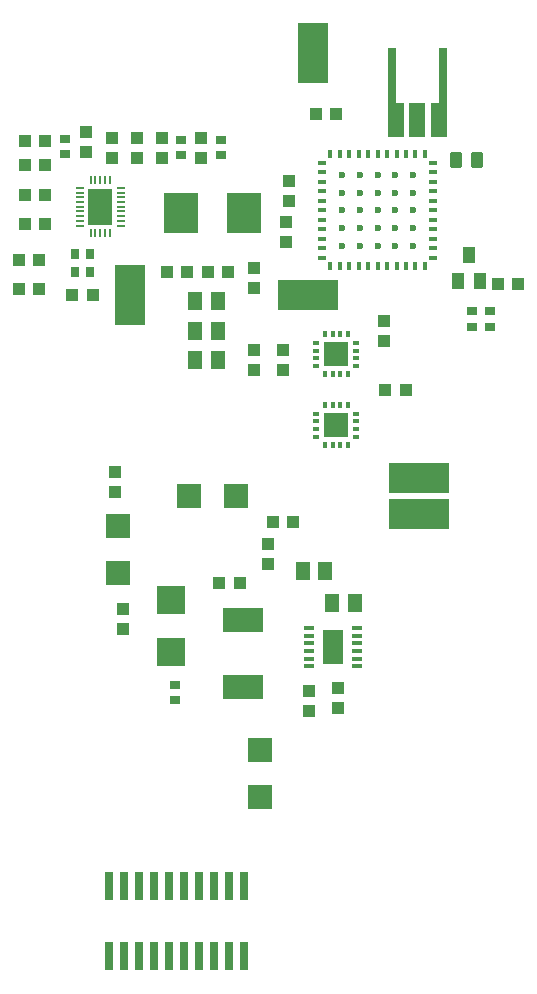
<source format=gtp>
G75*
%MOIN*%
%OFA0B0*%
%FSLAX25Y25*%
%IPPOS*%
%LPD*%
%AMOC8*
5,1,8,0,0,1.08239X$1,22.5*
%
%ADD10R,0.03937X0.04331*%
%ADD11R,0.05118X0.05906*%
%ADD12R,0.03543X0.02756*%
%ADD13R,0.06500X0.11201*%
%ADD14R,0.03500X0.01654*%
%ADD15R,0.01417X0.02756*%
%ADD16R,0.02756X0.01417*%
%ADD17C,0.02362*%
%ADD18R,0.03937X0.05512*%
%ADD19R,0.04331X0.03937*%
%ADD20R,0.05512X0.11713*%
%ADD21R,0.05748X0.11713*%
%ADD22R,0.02992X0.18504*%
%ADD23R,0.13780X0.07874*%
%ADD24R,0.02992X0.09449*%
%ADD25R,0.08268X0.08268*%
%ADD26R,0.02362X0.01181*%
%ADD27R,0.01181X0.02362*%
%ADD28R,0.10000X0.20000*%
%ADD29R,0.20000X0.10000*%
%ADD30R,0.09449X0.09449*%
%ADD31R,0.08268X0.12205*%
%ADD32R,0.03150X0.00787*%
%ADD33R,0.00787X0.03150*%
%ADD34R,0.02756X0.03543*%
%ADD35R,0.11614X0.13780*%
%ADD36R,0.11811X0.13780*%
%ADD37C,0.01000*%
%ADD38R,0.07874X0.07874*%
D10*
X0097882Y0192567D03*
X0104575Y0192567D03*
X0115677Y0212882D03*
X0122370Y0212882D03*
X0119142Y0263433D03*
X0119142Y0270126D03*
X0109299Y0270126D03*
X0109299Y0263433D03*
X0100835Y0296307D03*
X0094142Y0296307D03*
X0087055Y0296307D03*
X0080362Y0296307D03*
X0039811Y0312055D03*
X0033118Y0312055D03*
X0033118Y0321898D03*
X0039811Y0321898D03*
X0039811Y0331740D03*
X0033118Y0331740D03*
X0033118Y0340008D03*
X0039811Y0340008D03*
X0120913Y0326504D03*
X0120913Y0319811D03*
X0129929Y0348866D03*
X0136622Y0348866D03*
X0152606Y0279969D03*
X0152606Y0273276D03*
D11*
X0097291Y0276622D03*
X0089811Y0276622D03*
X0089811Y0266780D03*
X0097291Y0266780D03*
X0097291Y0286465D03*
X0089811Y0286465D03*
X0125598Y0196701D03*
X0133079Y0196701D03*
X0135520Y0185717D03*
X0143000Y0185717D03*
D12*
X0083000Y0158591D03*
X0083000Y0153472D03*
X0182134Y0278000D03*
X0182134Y0283118D03*
X0188039Y0283118D03*
X0188039Y0278000D03*
X0098276Y0335087D03*
X0098276Y0340205D03*
X0084890Y0340205D03*
X0084890Y0335087D03*
X0046307Y0335480D03*
X0046307Y0340598D03*
D13*
X0135756Y0171189D03*
D14*
X0143787Y0172449D03*
X0143787Y0175008D03*
X0143787Y0177567D03*
X0143787Y0169890D03*
X0143787Y0167331D03*
X0143787Y0164772D03*
X0127685Y0164772D03*
X0127685Y0167331D03*
X0127685Y0169890D03*
X0127685Y0172449D03*
X0127685Y0175008D03*
X0127685Y0177567D03*
D15*
X0134850Y0298157D03*
X0138000Y0298157D03*
X0141150Y0298157D03*
X0144299Y0298157D03*
X0147449Y0298157D03*
X0150598Y0298157D03*
X0153748Y0298157D03*
X0156898Y0298157D03*
X0160047Y0298157D03*
X0163197Y0298157D03*
X0166346Y0298157D03*
X0166346Y0335402D03*
X0163197Y0335402D03*
X0160047Y0335402D03*
X0156898Y0335402D03*
X0153748Y0335402D03*
X0150598Y0335402D03*
X0147449Y0335402D03*
X0144299Y0335402D03*
X0141150Y0335402D03*
X0138000Y0335402D03*
X0134850Y0335402D03*
D16*
X0131976Y0332528D03*
X0131976Y0329378D03*
X0131976Y0326228D03*
X0131976Y0323079D03*
X0131976Y0319929D03*
X0131976Y0316780D03*
X0131976Y0313630D03*
X0131976Y0310480D03*
X0131976Y0307331D03*
X0131976Y0304181D03*
X0131976Y0301031D03*
X0169220Y0301031D03*
X0169220Y0304181D03*
X0169220Y0307331D03*
X0169220Y0310480D03*
X0169220Y0313630D03*
X0169220Y0316780D03*
X0169220Y0319929D03*
X0169220Y0323079D03*
X0169220Y0326228D03*
X0169220Y0329378D03*
X0169220Y0332528D03*
D17*
X0162409Y0328591D03*
X0156504Y0328591D03*
X0156504Y0322685D03*
X0162409Y0322685D03*
X0162409Y0316780D03*
X0156504Y0316780D03*
X0156504Y0310874D03*
X0162409Y0310874D03*
X0162409Y0304969D03*
X0156504Y0304969D03*
X0150598Y0304969D03*
X0144693Y0304969D03*
X0138787Y0304969D03*
X0138787Y0310874D03*
X0138787Y0316780D03*
X0144693Y0316780D03*
X0150598Y0316780D03*
X0150598Y0310874D03*
X0144693Y0310874D03*
X0144693Y0322685D03*
X0150598Y0322685D03*
X0150598Y0328591D03*
X0144693Y0328591D03*
X0138787Y0328591D03*
X0138787Y0322685D03*
D18*
X0177370Y0293354D03*
X0184850Y0293354D03*
X0181110Y0302016D03*
D19*
X0190598Y0292370D03*
X0197291Y0292370D03*
X0159890Y0256937D03*
X0153197Y0256937D03*
X0109299Y0290992D03*
X0109299Y0297685D03*
X0119929Y0306228D03*
X0119929Y0312921D03*
X0091583Y0334299D03*
X0091583Y0340992D03*
X0078591Y0340992D03*
X0078591Y0334299D03*
X0070323Y0334299D03*
X0070323Y0340992D03*
X0062055Y0340992D03*
X0062055Y0334299D03*
X0053394Y0336268D03*
X0053394Y0342961D03*
X0037843Y0300244D03*
X0031150Y0300244D03*
X0031150Y0290402D03*
X0037843Y0290402D03*
X0048866Y0288433D03*
X0055559Y0288433D03*
X0063079Y0229535D03*
X0063079Y0222843D03*
X0065874Y0183984D03*
X0065874Y0177291D03*
X0114181Y0198709D03*
X0114181Y0205402D03*
X0127606Y0156622D03*
X0127606Y0149929D03*
X0137488Y0150874D03*
X0137488Y0157567D03*
D20*
X0163827Y0346740D03*
D21*
X0170963Y0346789D03*
X0156691Y0346839D03*
D22*
X0155313Y0361701D03*
X0172341Y0361701D03*
D23*
X0105638Y0180362D03*
X0105638Y0157921D03*
D24*
X0061209Y0068157D03*
X0066209Y0068157D03*
X0071209Y0068157D03*
X0076209Y0068157D03*
X0081209Y0068157D03*
X0086209Y0068157D03*
X0091209Y0068157D03*
X0096209Y0068157D03*
X0101209Y0068157D03*
X0106209Y0068157D03*
X0106209Y0091386D03*
X0101209Y0091386D03*
X0096209Y0091386D03*
X0091209Y0091386D03*
X0086209Y0091386D03*
X0081209Y0091386D03*
X0076209Y0091386D03*
X0071209Y0091386D03*
X0066209Y0091386D03*
X0061209Y0091386D03*
D25*
X0136858Y0245126D03*
X0136858Y0268748D03*
D26*
X0130165Y0267469D03*
X0130165Y0270028D03*
X0130165Y0272587D03*
X0130165Y0264909D03*
X0143551Y0264909D03*
X0143551Y0267469D03*
X0143551Y0270028D03*
X0143551Y0272587D03*
X0143551Y0248965D03*
X0143551Y0246406D03*
X0143551Y0243846D03*
X0143551Y0241287D03*
X0130165Y0241287D03*
X0130165Y0243846D03*
X0130165Y0246406D03*
X0130165Y0248965D03*
D27*
X0133020Y0251819D03*
X0135579Y0251819D03*
X0138138Y0251819D03*
X0140697Y0251819D03*
X0140697Y0262055D03*
X0138138Y0262055D03*
X0135579Y0262055D03*
X0133020Y0262055D03*
X0133020Y0275441D03*
X0135579Y0275441D03*
X0138138Y0275441D03*
X0140697Y0275441D03*
X0140697Y0238433D03*
X0138138Y0238433D03*
X0135579Y0238433D03*
X0133020Y0238433D03*
D28*
X0067961Y0288433D03*
X0128984Y0369142D03*
D29*
X0127409Y0288433D03*
X0164417Y0227409D03*
X0164417Y0215598D03*
D30*
X0081740Y0186858D03*
X0081740Y0169535D03*
D31*
X0058118Y0317961D03*
D32*
X0065008Y0317961D03*
X0065008Y0319535D03*
X0065008Y0321110D03*
X0065008Y0322685D03*
X0065008Y0324260D03*
X0065008Y0316386D03*
X0065008Y0314811D03*
X0065008Y0313236D03*
X0065008Y0311661D03*
X0051228Y0311661D03*
X0051228Y0313236D03*
X0051228Y0314811D03*
X0051228Y0316386D03*
X0051228Y0317961D03*
X0051228Y0319535D03*
X0051228Y0321110D03*
X0051228Y0322685D03*
X0051228Y0324260D03*
D33*
X0054969Y0326819D03*
X0056543Y0326819D03*
X0058118Y0326819D03*
X0059693Y0326819D03*
X0061268Y0326819D03*
X0061268Y0309102D03*
X0059693Y0309102D03*
X0058118Y0309102D03*
X0056543Y0309102D03*
X0054969Y0309102D03*
D34*
X0054772Y0302213D03*
X0049654Y0302213D03*
X0049654Y0296307D03*
X0054772Y0296307D03*
D35*
X0084890Y0315992D03*
D36*
X0106150Y0315992D03*
D37*
X0175165Y0335959D02*
X0178165Y0335959D01*
X0178165Y0331459D01*
X0175165Y0331459D01*
X0175165Y0335959D01*
X0175165Y0332458D02*
X0178165Y0332458D01*
X0178165Y0333457D02*
X0175165Y0333457D01*
X0175165Y0334456D02*
X0178165Y0334456D01*
X0178165Y0335455D02*
X0175165Y0335455D01*
X0182165Y0335959D02*
X0185165Y0335959D01*
X0185165Y0331459D01*
X0182165Y0331459D01*
X0182165Y0335959D01*
X0182165Y0332458D02*
X0185165Y0332458D01*
X0185165Y0333457D02*
X0182165Y0333457D01*
X0182165Y0334456D02*
X0185165Y0334456D01*
X0185165Y0335455D02*
X0182165Y0335455D01*
D38*
X0103394Y0221504D03*
X0087646Y0221504D03*
X0064024Y0211661D03*
X0064024Y0195913D03*
X0111268Y0136858D03*
X0111268Y0121110D03*
M02*

</source>
